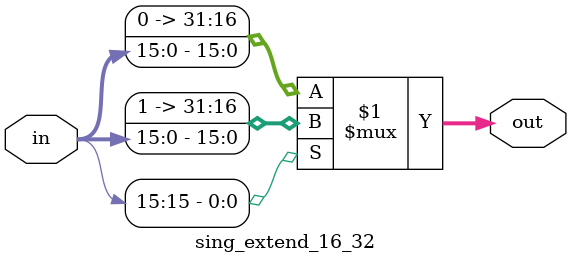
<source format=v>
module sing_extend_16_32(
    input wire [15:0] in,
    output reg [31:0] out
);

    assign out = (in[15]) ? {{16{1'b1}}, in} : {{16{1'b0}}, in};

endmodule
</source>
